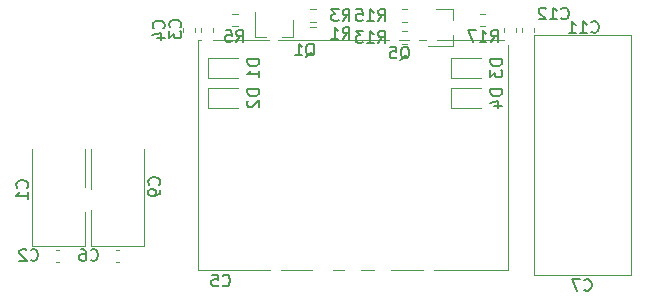
<source format=gbr>
%TF.GenerationSoftware,KiCad,Pcbnew,(5.1.10)-1*%
%TF.CreationDate,2022-01-18T17:44:39+07:00*%
%TF.ProjectId,Fan_controller_v3,46616e5f-636f-46e7-9472-6f6c6c65725f,rev?*%
%TF.SameCoordinates,Original*%
%TF.FileFunction,Legend,Bot*%
%TF.FilePolarity,Positive*%
%FSLAX46Y46*%
G04 Gerber Fmt 4.6, Leading zero omitted, Abs format (unit mm)*
G04 Created by KiCad (PCBNEW (5.1.10)-1) date 2022-01-18 17:44:39*
%MOMM*%
%LPD*%
G01*
G04 APERTURE LIST*
%ADD10C,0.120000*%
%ADD11C,0.150000*%
%ADD12O,1.000000X1.000000*%
%ADD13R,1.000000X1.000000*%
%ADD14C,2.000000*%
%ADD15R,0.900000X0.800000*%
%ADD16R,0.800000X0.900000*%
%ADD17R,1.600000X1.600000*%
%ADD18C,1.600000*%
%ADD19R,1.700000X1.700000*%
%ADD20O,1.700000X1.700000*%
%ADD21O,1.750000X2.250000*%
%ADD22R,1.750000X2.250000*%
%ADD23R,0.600000X0.450000*%
G04 APERTURE END LIST*
D10*
%TO.C,C5*%
X90743000Y-97552000D02*
X116983000Y-97552000D01*
X90743000Y-78029000D02*
X116983000Y-78029000D01*
X90743000Y-97552000D02*
X90743000Y-78029000D01*
X116983000Y-97552000D02*
X116983000Y-78029000D01*
%TO.C,R15*%
X107954742Y-76519500D02*
X108429258Y-76519500D01*
X107954742Y-75474500D02*
X108429258Y-75474500D01*
%TO.C,R13*%
X107953742Y-78361000D02*
X108428258Y-78361000D01*
X107953742Y-77316000D02*
X108428258Y-77316000D01*
%TO.C,R3*%
X100681258Y-75474500D02*
X100206742Y-75474500D01*
X100681258Y-76519500D02*
X100206742Y-76519500D01*
%TO.C,R1*%
X100206742Y-78043500D02*
X100681258Y-78043500D01*
X100206742Y-76998500D02*
X100681258Y-76998500D01*
%TO.C,Q5*%
X112301000Y-75430500D02*
X112301000Y-76360500D01*
X112301000Y-78590500D02*
X112301000Y-77660500D01*
X112301000Y-78590500D02*
X110141000Y-78590500D01*
X112301000Y-75430500D02*
X110841000Y-75430500D01*
%TO.C,Q1*%
X98725000Y-77820500D02*
X97795000Y-77820500D01*
X95565000Y-77820500D02*
X96495000Y-77820500D01*
X95565000Y-77820500D02*
X95565000Y-75660500D01*
X98725000Y-77820500D02*
X98725000Y-76360500D01*
%TO.C,R17*%
X114558742Y-76900500D02*
X115033258Y-76900500D01*
X114558742Y-75855500D02*
X115033258Y-75855500D01*
%TO.C,R5*%
X94077258Y-75855500D02*
X93602742Y-75855500D01*
X94077258Y-76900500D02*
X93602742Y-76900500D01*
%TO.C,D4*%
X112123000Y-83832000D02*
X112123000Y-82132000D01*
X112123000Y-82132000D02*
X114673000Y-82132000D01*
X112123000Y-83832000D02*
X114673000Y-83832000D01*
%TO.C,D3*%
X112123000Y-81292000D02*
X112123000Y-79592000D01*
X112123000Y-79592000D02*
X114673000Y-79592000D01*
X112123000Y-81292000D02*
X114673000Y-81292000D01*
%TO.C,D2*%
X91549000Y-83832000D02*
X91549000Y-82132000D01*
X91549000Y-82132000D02*
X94099000Y-82132000D01*
X91549000Y-83832000D02*
X94099000Y-83832000D01*
%TO.C,D1*%
X91549000Y-81292000D02*
X91549000Y-79592000D01*
X91549000Y-79592000D02*
X94099000Y-79592000D01*
X91549000Y-81292000D02*
X94099000Y-81292000D01*
%TO.C,C9*%
X86131000Y-87308000D02*
X86131000Y-95543000D01*
X86131000Y-95543000D02*
X81611000Y-95543000D01*
X81611000Y-95543000D02*
X81611000Y-87308000D01*
%TO.C,C7*%
X119121000Y-97915000D02*
X127361000Y-97915000D01*
X119121000Y-77675000D02*
X127361000Y-77675000D01*
X127361000Y-77675000D02*
X127361000Y-97915000D01*
X119121000Y-77675000D02*
X119121000Y-97915000D01*
%TO.C,C6*%
X83730420Y-96827000D02*
X84011580Y-96827000D01*
X83730420Y-95807000D02*
X84011580Y-95807000D01*
%TO.C,C2*%
X78650420Y-96827000D02*
X78931580Y-96827000D01*
X78650420Y-95807000D02*
X78931580Y-95807000D01*
%TO.C,C1*%
X81178000Y-87308000D02*
X81178000Y-95543000D01*
X81178000Y-95543000D02*
X76658000Y-95543000D01*
X76658000Y-95543000D02*
X76658000Y-87308000D01*
%TO.C,C12*%
X116635000Y-77075920D02*
X116635000Y-77357080D01*
X117655000Y-77075920D02*
X117655000Y-77357080D01*
%TO.C,C11*%
X118159000Y-77075920D02*
X118159000Y-77357080D01*
X119179000Y-77075920D02*
X119179000Y-77357080D01*
%TO.C,C4*%
X89457000Y-77075920D02*
X89457000Y-77357080D01*
X90477000Y-77075920D02*
X90477000Y-77357080D01*
%TO.C,C3*%
X90981000Y-77075920D02*
X90981000Y-77357080D01*
X92001000Y-77075920D02*
X92001000Y-77357080D01*
%TO.C,C5*%
D11*
X92800666Y-98833142D02*
X92848285Y-98880761D01*
X92991142Y-98928380D01*
X93086380Y-98928380D01*
X93229238Y-98880761D01*
X93324476Y-98785523D01*
X93372095Y-98690285D01*
X93419714Y-98499809D01*
X93419714Y-98356952D01*
X93372095Y-98166476D01*
X93324476Y-98071238D01*
X93229238Y-97976000D01*
X93086380Y-97928380D01*
X92991142Y-97928380D01*
X92848285Y-97976000D01*
X92800666Y-98023619D01*
X91895904Y-97928380D02*
X92372095Y-97928380D01*
X92419714Y-98404571D01*
X92372095Y-98356952D01*
X92276857Y-98309333D01*
X92038761Y-98309333D01*
X91943523Y-98356952D01*
X91895904Y-98404571D01*
X91848285Y-98499809D01*
X91848285Y-98737904D01*
X91895904Y-98833142D01*
X91943523Y-98880761D01*
X92038761Y-98928380D01*
X92276857Y-98928380D01*
X92372095Y-98880761D01*
X92419714Y-98833142D01*
%TO.C,R15*%
X105976857Y-76449380D02*
X106310190Y-75973190D01*
X106548285Y-76449380D02*
X106548285Y-75449380D01*
X106167333Y-75449380D01*
X106072095Y-75497000D01*
X106024476Y-75544619D01*
X105976857Y-75639857D01*
X105976857Y-75782714D01*
X106024476Y-75877952D01*
X106072095Y-75925571D01*
X106167333Y-75973190D01*
X106548285Y-75973190D01*
X105024476Y-76449380D02*
X105595904Y-76449380D01*
X105310190Y-76449380D02*
X105310190Y-75449380D01*
X105405428Y-75592238D01*
X105500666Y-75687476D01*
X105595904Y-75735095D01*
X104119714Y-75449380D02*
X104595904Y-75449380D01*
X104643523Y-75925571D01*
X104595904Y-75877952D01*
X104500666Y-75830333D01*
X104262571Y-75830333D01*
X104167333Y-75877952D01*
X104119714Y-75925571D01*
X104072095Y-76020809D01*
X104072095Y-76258904D01*
X104119714Y-76354142D01*
X104167333Y-76401761D01*
X104262571Y-76449380D01*
X104500666Y-76449380D01*
X104595904Y-76401761D01*
X104643523Y-76354142D01*
%TO.C,R13*%
X105976857Y-78290880D02*
X106310190Y-77814690D01*
X106548285Y-78290880D02*
X106548285Y-77290880D01*
X106167333Y-77290880D01*
X106072095Y-77338500D01*
X106024476Y-77386119D01*
X105976857Y-77481357D01*
X105976857Y-77624214D01*
X106024476Y-77719452D01*
X106072095Y-77767071D01*
X106167333Y-77814690D01*
X106548285Y-77814690D01*
X105024476Y-78290880D02*
X105595904Y-78290880D01*
X105310190Y-78290880D02*
X105310190Y-77290880D01*
X105405428Y-77433738D01*
X105500666Y-77528976D01*
X105595904Y-77576595D01*
X104691142Y-77290880D02*
X104072095Y-77290880D01*
X104405428Y-77671833D01*
X104262571Y-77671833D01*
X104167333Y-77719452D01*
X104119714Y-77767071D01*
X104072095Y-77862309D01*
X104072095Y-78100404D01*
X104119714Y-78195642D01*
X104167333Y-78243261D01*
X104262571Y-78290880D01*
X104548285Y-78290880D01*
X104643523Y-78243261D01*
X104691142Y-78195642D01*
%TO.C,R3*%
X102960666Y-76449380D02*
X103294000Y-75973190D01*
X103532095Y-76449380D02*
X103532095Y-75449380D01*
X103151142Y-75449380D01*
X103055904Y-75497000D01*
X103008285Y-75544619D01*
X102960666Y-75639857D01*
X102960666Y-75782714D01*
X103008285Y-75877952D01*
X103055904Y-75925571D01*
X103151142Y-75973190D01*
X103532095Y-75973190D01*
X102627333Y-75449380D02*
X102008285Y-75449380D01*
X102341619Y-75830333D01*
X102198761Y-75830333D01*
X102103523Y-75877952D01*
X102055904Y-75925571D01*
X102008285Y-76020809D01*
X102008285Y-76258904D01*
X102055904Y-76354142D01*
X102103523Y-76401761D01*
X102198761Y-76449380D01*
X102484476Y-76449380D01*
X102579714Y-76401761D01*
X102627333Y-76354142D01*
%TO.C,R1*%
X102960666Y-77973380D02*
X103294000Y-77497190D01*
X103532095Y-77973380D02*
X103532095Y-76973380D01*
X103151142Y-76973380D01*
X103055904Y-77021000D01*
X103008285Y-77068619D01*
X102960666Y-77163857D01*
X102960666Y-77306714D01*
X103008285Y-77401952D01*
X103055904Y-77449571D01*
X103151142Y-77497190D01*
X103532095Y-77497190D01*
X102008285Y-77973380D02*
X102579714Y-77973380D01*
X102294000Y-77973380D02*
X102294000Y-76973380D01*
X102389238Y-77116238D01*
X102484476Y-77211476D01*
X102579714Y-77259095D01*
%TO.C,Q5*%
X107842238Y-79719619D02*
X107937476Y-79672000D01*
X108032714Y-79576761D01*
X108175571Y-79433904D01*
X108270809Y-79386285D01*
X108366047Y-79386285D01*
X108318428Y-79624380D02*
X108413666Y-79576761D01*
X108508904Y-79481523D01*
X108556523Y-79291047D01*
X108556523Y-78957714D01*
X108508904Y-78767238D01*
X108413666Y-78672000D01*
X108318428Y-78624380D01*
X108127952Y-78624380D01*
X108032714Y-78672000D01*
X107937476Y-78767238D01*
X107889857Y-78957714D01*
X107889857Y-79291047D01*
X107937476Y-79481523D01*
X108032714Y-79576761D01*
X108127952Y-79624380D01*
X108318428Y-79624380D01*
X106985095Y-78624380D02*
X107461285Y-78624380D01*
X107508904Y-79100571D01*
X107461285Y-79052952D01*
X107366047Y-79005333D01*
X107127952Y-79005333D01*
X107032714Y-79052952D01*
X106985095Y-79100571D01*
X106937476Y-79195809D01*
X106937476Y-79433904D01*
X106985095Y-79529142D01*
X107032714Y-79576761D01*
X107127952Y-79624380D01*
X107366047Y-79624380D01*
X107461285Y-79576761D01*
X107508904Y-79529142D01*
%TO.C,Q1*%
X99841238Y-79465619D02*
X99936476Y-79418000D01*
X100031714Y-79322761D01*
X100174571Y-79179904D01*
X100269809Y-79132285D01*
X100365047Y-79132285D01*
X100317428Y-79370380D02*
X100412666Y-79322761D01*
X100507904Y-79227523D01*
X100555523Y-79037047D01*
X100555523Y-78703714D01*
X100507904Y-78513238D01*
X100412666Y-78418000D01*
X100317428Y-78370380D01*
X100126952Y-78370380D01*
X100031714Y-78418000D01*
X99936476Y-78513238D01*
X99888857Y-78703714D01*
X99888857Y-79037047D01*
X99936476Y-79227523D01*
X100031714Y-79322761D01*
X100126952Y-79370380D01*
X100317428Y-79370380D01*
X98936476Y-79370380D02*
X99507904Y-79370380D01*
X99222190Y-79370380D02*
X99222190Y-78370380D01*
X99317428Y-78513238D01*
X99412666Y-78608476D01*
X99507904Y-78656095D01*
%TO.C,R17*%
X115501857Y-78227380D02*
X115835190Y-77751190D01*
X116073285Y-78227380D02*
X116073285Y-77227380D01*
X115692333Y-77227380D01*
X115597095Y-77275000D01*
X115549476Y-77322619D01*
X115501857Y-77417857D01*
X115501857Y-77560714D01*
X115549476Y-77655952D01*
X115597095Y-77703571D01*
X115692333Y-77751190D01*
X116073285Y-77751190D01*
X114549476Y-78227380D02*
X115120904Y-78227380D01*
X114835190Y-78227380D02*
X114835190Y-77227380D01*
X114930428Y-77370238D01*
X115025666Y-77465476D01*
X115120904Y-77513095D01*
X114216142Y-77227380D02*
X113549476Y-77227380D01*
X113978047Y-78227380D01*
%TO.C,R5*%
X93943666Y-78227380D02*
X94277000Y-77751190D01*
X94515095Y-78227380D02*
X94515095Y-77227380D01*
X94134142Y-77227380D01*
X94038904Y-77275000D01*
X93991285Y-77322619D01*
X93943666Y-77417857D01*
X93943666Y-77560714D01*
X93991285Y-77655952D01*
X94038904Y-77703571D01*
X94134142Y-77751190D01*
X94515095Y-77751190D01*
X93038904Y-77227380D02*
X93515095Y-77227380D01*
X93562714Y-77703571D01*
X93515095Y-77655952D01*
X93419857Y-77608333D01*
X93181761Y-77608333D01*
X93086523Y-77655952D01*
X93038904Y-77703571D01*
X92991285Y-77798809D01*
X92991285Y-78036904D01*
X93038904Y-78132142D01*
X93086523Y-78179761D01*
X93181761Y-78227380D01*
X93419857Y-78227380D01*
X93515095Y-78179761D01*
X93562714Y-78132142D01*
%TO.C,D4*%
X116454380Y-82243904D02*
X115454380Y-82243904D01*
X115454380Y-82482000D01*
X115502000Y-82624857D01*
X115597238Y-82720095D01*
X115692476Y-82767714D01*
X115882952Y-82815333D01*
X116025809Y-82815333D01*
X116216285Y-82767714D01*
X116311523Y-82720095D01*
X116406761Y-82624857D01*
X116454380Y-82482000D01*
X116454380Y-82243904D01*
X115787714Y-83672476D02*
X116454380Y-83672476D01*
X115406761Y-83434380D02*
X116121047Y-83196285D01*
X116121047Y-83815333D01*
%TO.C,D3*%
X116454380Y-79703904D02*
X115454380Y-79703904D01*
X115454380Y-79942000D01*
X115502000Y-80084857D01*
X115597238Y-80180095D01*
X115692476Y-80227714D01*
X115882952Y-80275333D01*
X116025809Y-80275333D01*
X116216285Y-80227714D01*
X116311523Y-80180095D01*
X116406761Y-80084857D01*
X116454380Y-79942000D01*
X116454380Y-79703904D01*
X115454380Y-80608666D02*
X115454380Y-81227714D01*
X115835333Y-80894380D01*
X115835333Y-81037238D01*
X115882952Y-81132476D01*
X115930571Y-81180095D01*
X116025809Y-81227714D01*
X116263904Y-81227714D01*
X116359142Y-81180095D01*
X116406761Y-81132476D01*
X116454380Y-81037238D01*
X116454380Y-80751523D01*
X116406761Y-80656285D01*
X116359142Y-80608666D01*
%TO.C,D2*%
X95880380Y-82243904D02*
X94880380Y-82243904D01*
X94880380Y-82482000D01*
X94928000Y-82624857D01*
X95023238Y-82720095D01*
X95118476Y-82767714D01*
X95308952Y-82815333D01*
X95451809Y-82815333D01*
X95642285Y-82767714D01*
X95737523Y-82720095D01*
X95832761Y-82624857D01*
X95880380Y-82482000D01*
X95880380Y-82243904D01*
X94975619Y-83196285D02*
X94928000Y-83243904D01*
X94880380Y-83339142D01*
X94880380Y-83577238D01*
X94928000Y-83672476D01*
X94975619Y-83720095D01*
X95070857Y-83767714D01*
X95166095Y-83767714D01*
X95308952Y-83720095D01*
X95880380Y-83148666D01*
X95880380Y-83767714D01*
%TO.C,D1*%
X95880380Y-79703904D02*
X94880380Y-79703904D01*
X94880380Y-79942000D01*
X94928000Y-80084857D01*
X95023238Y-80180095D01*
X95118476Y-80227714D01*
X95308952Y-80275333D01*
X95451809Y-80275333D01*
X95642285Y-80227714D01*
X95737523Y-80180095D01*
X95832761Y-80084857D01*
X95880380Y-79942000D01*
X95880380Y-79703904D01*
X95880380Y-81227714D02*
X95880380Y-80656285D01*
X95880380Y-80942000D02*
X94880380Y-80942000D01*
X95023238Y-80846761D01*
X95118476Y-80751523D01*
X95166095Y-80656285D01*
%TO.C,C9*%
X87403142Y-90308333D02*
X87450761Y-90260714D01*
X87498380Y-90117857D01*
X87498380Y-90022619D01*
X87450761Y-89879761D01*
X87355523Y-89784523D01*
X87260285Y-89736904D01*
X87069809Y-89689285D01*
X86926952Y-89689285D01*
X86736476Y-89736904D01*
X86641238Y-89784523D01*
X86546000Y-89879761D01*
X86498380Y-90022619D01*
X86498380Y-90117857D01*
X86546000Y-90260714D01*
X86593619Y-90308333D01*
X87498380Y-90784523D02*
X87498380Y-90975000D01*
X87450761Y-91070238D01*
X87403142Y-91117857D01*
X87260285Y-91213095D01*
X87069809Y-91260714D01*
X86688857Y-91260714D01*
X86593619Y-91213095D01*
X86546000Y-91165476D01*
X86498380Y-91070238D01*
X86498380Y-90879761D01*
X86546000Y-90784523D01*
X86593619Y-90736904D01*
X86688857Y-90689285D01*
X86926952Y-90689285D01*
X87022190Y-90736904D01*
X87069809Y-90784523D01*
X87117428Y-90879761D01*
X87117428Y-91070238D01*
X87069809Y-91165476D01*
X87022190Y-91213095D01*
X86926952Y-91260714D01*
%TO.C,C7*%
X123407666Y-99214142D02*
X123455285Y-99261761D01*
X123598142Y-99309380D01*
X123693380Y-99309380D01*
X123836238Y-99261761D01*
X123931476Y-99166523D01*
X123979095Y-99071285D01*
X124026714Y-98880809D01*
X124026714Y-98737952D01*
X123979095Y-98547476D01*
X123931476Y-98452238D01*
X123836238Y-98357000D01*
X123693380Y-98309380D01*
X123598142Y-98309380D01*
X123455285Y-98357000D01*
X123407666Y-98404619D01*
X123074333Y-98309380D02*
X122407666Y-98309380D01*
X122836238Y-99309380D01*
%TO.C,C6*%
X81624666Y-96674142D02*
X81672285Y-96721761D01*
X81815142Y-96769380D01*
X81910380Y-96769380D01*
X82053238Y-96721761D01*
X82148476Y-96626523D01*
X82196095Y-96531285D01*
X82243714Y-96340809D01*
X82243714Y-96197952D01*
X82196095Y-96007476D01*
X82148476Y-95912238D01*
X82053238Y-95817000D01*
X81910380Y-95769380D01*
X81815142Y-95769380D01*
X81672285Y-95817000D01*
X81624666Y-95864619D01*
X80767523Y-95769380D02*
X80958000Y-95769380D01*
X81053238Y-95817000D01*
X81100857Y-95864619D01*
X81196095Y-96007476D01*
X81243714Y-96197952D01*
X81243714Y-96578904D01*
X81196095Y-96674142D01*
X81148476Y-96721761D01*
X81053238Y-96769380D01*
X80862761Y-96769380D01*
X80767523Y-96721761D01*
X80719904Y-96674142D01*
X80672285Y-96578904D01*
X80672285Y-96340809D01*
X80719904Y-96245571D01*
X80767523Y-96197952D01*
X80862761Y-96150333D01*
X81053238Y-96150333D01*
X81148476Y-96197952D01*
X81196095Y-96245571D01*
X81243714Y-96340809D01*
%TO.C,C2*%
X76544666Y-96674142D02*
X76592285Y-96721761D01*
X76735142Y-96769380D01*
X76830380Y-96769380D01*
X76973238Y-96721761D01*
X77068476Y-96626523D01*
X77116095Y-96531285D01*
X77163714Y-96340809D01*
X77163714Y-96197952D01*
X77116095Y-96007476D01*
X77068476Y-95912238D01*
X76973238Y-95817000D01*
X76830380Y-95769380D01*
X76735142Y-95769380D01*
X76592285Y-95817000D01*
X76544666Y-95864619D01*
X76163714Y-95864619D02*
X76116095Y-95817000D01*
X76020857Y-95769380D01*
X75782761Y-95769380D01*
X75687523Y-95817000D01*
X75639904Y-95864619D01*
X75592285Y-95959857D01*
X75592285Y-96055095D01*
X75639904Y-96197952D01*
X76211333Y-96769380D01*
X75592285Y-96769380D01*
%TO.C,C1*%
X76227142Y-90562333D02*
X76274761Y-90514714D01*
X76322380Y-90371857D01*
X76322380Y-90276619D01*
X76274761Y-90133761D01*
X76179523Y-90038523D01*
X76084285Y-89990904D01*
X75893809Y-89943285D01*
X75750952Y-89943285D01*
X75560476Y-89990904D01*
X75465238Y-90038523D01*
X75370000Y-90133761D01*
X75322380Y-90276619D01*
X75322380Y-90371857D01*
X75370000Y-90514714D01*
X75417619Y-90562333D01*
X76322380Y-91514714D02*
X76322380Y-90943285D01*
X76322380Y-91229000D02*
X75322380Y-91229000D01*
X75465238Y-91133761D01*
X75560476Y-91038523D01*
X75608095Y-90943285D01*
%TO.C,C12*%
X121470857Y-76227142D02*
X121518476Y-76274761D01*
X121661333Y-76322380D01*
X121756571Y-76322380D01*
X121899428Y-76274761D01*
X121994666Y-76179523D01*
X122042285Y-76084285D01*
X122089904Y-75893809D01*
X122089904Y-75750952D01*
X122042285Y-75560476D01*
X121994666Y-75465238D01*
X121899428Y-75370000D01*
X121756571Y-75322380D01*
X121661333Y-75322380D01*
X121518476Y-75370000D01*
X121470857Y-75417619D01*
X120518476Y-76322380D02*
X121089904Y-76322380D01*
X120804190Y-76322380D02*
X120804190Y-75322380D01*
X120899428Y-75465238D01*
X120994666Y-75560476D01*
X121089904Y-75608095D01*
X120137523Y-75417619D02*
X120089904Y-75370000D01*
X119994666Y-75322380D01*
X119756571Y-75322380D01*
X119661333Y-75370000D01*
X119613714Y-75417619D01*
X119566095Y-75512857D01*
X119566095Y-75608095D01*
X119613714Y-75750952D01*
X120185142Y-76322380D01*
X119566095Y-76322380D01*
%TO.C,C11*%
X124010857Y-77370142D02*
X124058476Y-77417761D01*
X124201333Y-77465380D01*
X124296571Y-77465380D01*
X124439428Y-77417761D01*
X124534666Y-77322523D01*
X124582285Y-77227285D01*
X124629904Y-77036809D01*
X124629904Y-76893952D01*
X124582285Y-76703476D01*
X124534666Y-76608238D01*
X124439428Y-76513000D01*
X124296571Y-76465380D01*
X124201333Y-76465380D01*
X124058476Y-76513000D01*
X124010857Y-76560619D01*
X123058476Y-77465380D02*
X123629904Y-77465380D01*
X123344190Y-77465380D02*
X123344190Y-76465380D01*
X123439428Y-76608238D01*
X123534666Y-76703476D01*
X123629904Y-76751095D01*
X122106095Y-77465380D02*
X122677523Y-77465380D01*
X122391809Y-77465380D02*
X122391809Y-76465380D01*
X122487047Y-76608238D01*
X122582285Y-76703476D01*
X122677523Y-76751095D01*
%TO.C,C4*%
X87784142Y-77049833D02*
X87831761Y-77002214D01*
X87879380Y-76859357D01*
X87879380Y-76764119D01*
X87831761Y-76621261D01*
X87736523Y-76526023D01*
X87641285Y-76478404D01*
X87450809Y-76430785D01*
X87307952Y-76430785D01*
X87117476Y-76478404D01*
X87022238Y-76526023D01*
X86927000Y-76621261D01*
X86879380Y-76764119D01*
X86879380Y-76859357D01*
X86927000Y-77002214D01*
X86974619Y-77049833D01*
X87212714Y-77906976D02*
X87879380Y-77906976D01*
X86831761Y-77668880D02*
X87546047Y-77430785D01*
X87546047Y-78049833D01*
%TO.C,C3*%
X89181142Y-76973333D02*
X89228761Y-76925714D01*
X89276380Y-76782857D01*
X89276380Y-76687619D01*
X89228761Y-76544761D01*
X89133523Y-76449523D01*
X89038285Y-76401904D01*
X88847809Y-76354285D01*
X88704952Y-76354285D01*
X88514476Y-76401904D01*
X88419238Y-76449523D01*
X88324000Y-76544761D01*
X88276380Y-76687619D01*
X88276380Y-76782857D01*
X88324000Y-76925714D01*
X88371619Y-76973333D01*
X88276380Y-77306666D02*
X88276380Y-77925714D01*
X88657333Y-77592380D01*
X88657333Y-77735238D01*
X88704952Y-77830476D01*
X88752571Y-77878095D01*
X88847809Y-77925714D01*
X89085904Y-77925714D01*
X89181142Y-77878095D01*
X89228761Y-77830476D01*
X89276380Y-77735238D01*
X89276380Y-77449523D01*
X89228761Y-77354285D01*
X89181142Y-77306666D01*
%TD*%
%LPC*%
D12*
%TO.C,J2*%
X76251000Y-79680000D03*
X76251000Y-80950000D03*
X77521000Y-79680000D03*
X77521000Y-80950000D03*
X78791000Y-79680000D03*
D13*
X78791000Y-80950000D03*
%TD*%
D14*
%TO.C,C5*%
X115113000Y-95682000D03*
X92613000Y-95682000D03*
%TD*%
%TO.C,R15*%
G36*
G01*
X108617000Y-76272000D02*
X108617000Y-75722000D01*
G75*
G02*
X108817000Y-75522000I200000J0D01*
G01*
X109217000Y-75522000D01*
G75*
G02*
X109417000Y-75722000I0J-200000D01*
G01*
X109417000Y-76272000D01*
G75*
G02*
X109217000Y-76472000I-200000J0D01*
G01*
X108817000Y-76472000D01*
G75*
G02*
X108617000Y-76272000I0J200000D01*
G01*
G37*
G36*
G01*
X106967000Y-76272000D02*
X106967000Y-75722000D01*
G75*
G02*
X107167000Y-75522000I200000J0D01*
G01*
X107567000Y-75522000D01*
G75*
G02*
X107767000Y-75722000I0J-200000D01*
G01*
X107767000Y-76272000D01*
G75*
G02*
X107567000Y-76472000I-200000J0D01*
G01*
X107167000Y-76472000D01*
G75*
G02*
X106967000Y-76272000I0J200000D01*
G01*
G37*
%TD*%
%TO.C,R13*%
G36*
G01*
X108616000Y-78113500D02*
X108616000Y-77563500D01*
G75*
G02*
X108816000Y-77363500I200000J0D01*
G01*
X109216000Y-77363500D01*
G75*
G02*
X109416000Y-77563500I0J-200000D01*
G01*
X109416000Y-78113500D01*
G75*
G02*
X109216000Y-78313500I-200000J0D01*
G01*
X108816000Y-78313500D01*
G75*
G02*
X108616000Y-78113500I0J200000D01*
G01*
G37*
G36*
G01*
X106966000Y-78113500D02*
X106966000Y-77563500D01*
G75*
G02*
X107166000Y-77363500I200000J0D01*
G01*
X107566000Y-77363500D01*
G75*
G02*
X107766000Y-77563500I0J-200000D01*
G01*
X107766000Y-78113500D01*
G75*
G02*
X107566000Y-78313500I-200000J0D01*
G01*
X107166000Y-78313500D01*
G75*
G02*
X106966000Y-78113500I0J200000D01*
G01*
G37*
%TD*%
%TO.C,R3*%
G36*
G01*
X100019000Y-75722000D02*
X100019000Y-76272000D01*
G75*
G02*
X99819000Y-76472000I-200000J0D01*
G01*
X99419000Y-76472000D01*
G75*
G02*
X99219000Y-76272000I0J200000D01*
G01*
X99219000Y-75722000D01*
G75*
G02*
X99419000Y-75522000I200000J0D01*
G01*
X99819000Y-75522000D01*
G75*
G02*
X100019000Y-75722000I0J-200000D01*
G01*
G37*
G36*
G01*
X101669000Y-75722000D02*
X101669000Y-76272000D01*
G75*
G02*
X101469000Y-76472000I-200000J0D01*
G01*
X101069000Y-76472000D01*
G75*
G02*
X100869000Y-76272000I0J200000D01*
G01*
X100869000Y-75722000D01*
G75*
G02*
X101069000Y-75522000I200000J0D01*
G01*
X101469000Y-75522000D01*
G75*
G02*
X101669000Y-75722000I0J-200000D01*
G01*
G37*
%TD*%
%TO.C,R1*%
G36*
G01*
X100869000Y-77796000D02*
X100869000Y-77246000D01*
G75*
G02*
X101069000Y-77046000I200000J0D01*
G01*
X101469000Y-77046000D01*
G75*
G02*
X101669000Y-77246000I0J-200000D01*
G01*
X101669000Y-77796000D01*
G75*
G02*
X101469000Y-77996000I-200000J0D01*
G01*
X101069000Y-77996000D01*
G75*
G02*
X100869000Y-77796000I0J200000D01*
G01*
G37*
G36*
G01*
X99219000Y-77796000D02*
X99219000Y-77246000D01*
G75*
G02*
X99419000Y-77046000I200000J0D01*
G01*
X99819000Y-77046000D01*
G75*
G02*
X100019000Y-77246000I0J-200000D01*
G01*
X100019000Y-77796000D01*
G75*
G02*
X99819000Y-77996000I-200000J0D01*
G01*
X99419000Y-77996000D01*
G75*
G02*
X99219000Y-77796000I0J200000D01*
G01*
G37*
%TD*%
D15*
%TO.C,Q5*%
X112541000Y-77010500D03*
X110541000Y-76060500D03*
X110541000Y-77960500D03*
%TD*%
D16*
%TO.C,Q1*%
X97145000Y-78060500D03*
X98095000Y-76060500D03*
X96195000Y-76060500D03*
%TD*%
D17*
%TO.C,K2*%
X110287000Y-80442000D03*
D18*
X110287000Y-82982000D03*
X110287000Y-88062000D03*
X110287000Y-93142000D03*
X110287000Y-98222000D03*
X117907000Y-98222000D03*
X117907000Y-93142000D03*
X117907000Y-88062000D03*
X117907000Y-82982000D03*
X117907000Y-80442000D03*
%TD*%
D19*
%TO.C,J1*%
X101270000Y-97968000D03*
D20*
X103810000Y-97968000D03*
X106350000Y-97968000D03*
%TD*%
D14*
%TO.C,TP1*%
X81140500Y-91618000D03*
%TD*%
%TO.C,R17*%
G36*
G01*
X115221000Y-76653000D02*
X115221000Y-76103000D01*
G75*
G02*
X115421000Y-75903000I200000J0D01*
G01*
X115821000Y-75903000D01*
G75*
G02*
X116021000Y-76103000I0J-200000D01*
G01*
X116021000Y-76653000D01*
G75*
G02*
X115821000Y-76853000I-200000J0D01*
G01*
X115421000Y-76853000D01*
G75*
G02*
X115221000Y-76653000I0J200000D01*
G01*
G37*
G36*
G01*
X113571000Y-76653000D02*
X113571000Y-76103000D01*
G75*
G02*
X113771000Y-75903000I200000J0D01*
G01*
X114171000Y-75903000D01*
G75*
G02*
X114371000Y-76103000I0J-200000D01*
G01*
X114371000Y-76653000D01*
G75*
G02*
X114171000Y-76853000I-200000J0D01*
G01*
X113771000Y-76853000D01*
G75*
G02*
X113571000Y-76653000I0J200000D01*
G01*
G37*
%TD*%
%TO.C,R5*%
G36*
G01*
X93415000Y-76103000D02*
X93415000Y-76653000D01*
G75*
G02*
X93215000Y-76853000I-200000J0D01*
G01*
X92815000Y-76853000D01*
G75*
G02*
X92615000Y-76653000I0J200000D01*
G01*
X92615000Y-76103000D01*
G75*
G02*
X92815000Y-75903000I200000J0D01*
G01*
X93215000Y-75903000D01*
G75*
G02*
X93415000Y-76103000I0J-200000D01*
G01*
G37*
G36*
G01*
X95065000Y-76103000D02*
X95065000Y-76653000D01*
G75*
G02*
X94865000Y-76853000I-200000J0D01*
G01*
X94465000Y-76853000D01*
G75*
G02*
X94265000Y-76653000I0J200000D01*
G01*
X94265000Y-76103000D01*
G75*
G02*
X94465000Y-75903000I200000J0D01*
G01*
X94865000Y-75903000D01*
G75*
G02*
X95065000Y-76103000I0J-200000D01*
G01*
G37*
%TD*%
D21*
%TO.C,PS1*%
X85141000Y-98349000D03*
X82601000Y-98349000D03*
X80061000Y-98349000D03*
D22*
X77521000Y-98349000D03*
%TD*%
D18*
%TO.C,K1*%
X97333000Y-80442000D03*
X97333000Y-82982000D03*
X97333000Y-88062000D03*
X97333000Y-93142000D03*
X97333000Y-98222000D03*
X89713000Y-98222000D03*
X89713000Y-93142000D03*
X89713000Y-88062000D03*
X89713000Y-82982000D03*
D17*
X89713000Y-80442000D03*
%TD*%
D23*
%TO.C,D4*%
X114673000Y-82982000D03*
X112573000Y-82982000D03*
%TD*%
%TO.C,D3*%
X114673000Y-80442000D03*
X112573000Y-80442000D03*
%TD*%
%TO.C,D2*%
X94099000Y-82982000D03*
X91999000Y-82982000D03*
%TD*%
%TO.C,D1*%
X94099000Y-80442000D03*
X91999000Y-80442000D03*
%TD*%
%TO.C,C9*%
G36*
G01*
X84896001Y-88883000D02*
X82845999Y-88883000D01*
G75*
G02*
X82596000Y-88633001I0J249999D01*
G01*
X82596000Y-86882999D01*
G75*
G02*
X82845999Y-86633000I249999J0D01*
G01*
X84896001Y-86633000D01*
G75*
G02*
X85146000Y-86882999I0J-249999D01*
G01*
X85146000Y-88633001D01*
G75*
G02*
X84896001Y-88883000I-249999J0D01*
G01*
G37*
G36*
G01*
X84896001Y-95283000D02*
X82845999Y-95283000D01*
G75*
G02*
X82596000Y-95033001I0J249999D01*
G01*
X82596000Y-93282999D01*
G75*
G02*
X82845999Y-93033000I249999J0D01*
G01*
X84896001Y-93033000D01*
G75*
G02*
X85146000Y-93282999I0J-249999D01*
G01*
X85146000Y-95033001D01*
G75*
G02*
X84896001Y-95283000I-249999J0D01*
G01*
G37*
%TD*%
D14*
%TO.C,C7*%
X123241000Y-96545000D03*
X123241000Y-79045000D03*
%TD*%
%TO.C,C6*%
G36*
G01*
X84196000Y-96567000D02*
X84196000Y-96067000D01*
G75*
G02*
X84421000Y-95842000I225000J0D01*
G01*
X84871000Y-95842000D01*
G75*
G02*
X85096000Y-96067000I0J-225000D01*
G01*
X85096000Y-96567000D01*
G75*
G02*
X84871000Y-96792000I-225000J0D01*
G01*
X84421000Y-96792000D01*
G75*
G02*
X84196000Y-96567000I0J225000D01*
G01*
G37*
G36*
G01*
X82646000Y-96567000D02*
X82646000Y-96067000D01*
G75*
G02*
X82871000Y-95842000I225000J0D01*
G01*
X83321000Y-95842000D01*
G75*
G02*
X83546000Y-96067000I0J-225000D01*
G01*
X83546000Y-96567000D01*
G75*
G02*
X83321000Y-96792000I-225000J0D01*
G01*
X82871000Y-96792000D01*
G75*
G02*
X82646000Y-96567000I0J225000D01*
G01*
G37*
%TD*%
%TO.C,C2*%
G36*
G01*
X79116000Y-96567000D02*
X79116000Y-96067000D01*
G75*
G02*
X79341000Y-95842000I225000J0D01*
G01*
X79791000Y-95842000D01*
G75*
G02*
X80016000Y-96067000I0J-225000D01*
G01*
X80016000Y-96567000D01*
G75*
G02*
X79791000Y-96792000I-225000J0D01*
G01*
X79341000Y-96792000D01*
G75*
G02*
X79116000Y-96567000I0J225000D01*
G01*
G37*
G36*
G01*
X77566000Y-96567000D02*
X77566000Y-96067000D01*
G75*
G02*
X77791000Y-95842000I225000J0D01*
G01*
X78241000Y-95842000D01*
G75*
G02*
X78466000Y-96067000I0J-225000D01*
G01*
X78466000Y-96567000D01*
G75*
G02*
X78241000Y-96792000I-225000J0D01*
G01*
X77791000Y-96792000D01*
G75*
G02*
X77566000Y-96567000I0J225000D01*
G01*
G37*
%TD*%
%TO.C,C1*%
G36*
G01*
X79943001Y-88883000D02*
X77892999Y-88883000D01*
G75*
G02*
X77643000Y-88633001I0J249999D01*
G01*
X77643000Y-86882999D01*
G75*
G02*
X77892999Y-86633000I249999J0D01*
G01*
X79943001Y-86633000D01*
G75*
G02*
X80193000Y-86882999I0J-249999D01*
G01*
X80193000Y-88633001D01*
G75*
G02*
X79943001Y-88883000I-249999J0D01*
G01*
G37*
G36*
G01*
X79943001Y-95283000D02*
X77892999Y-95283000D01*
G75*
G02*
X77643000Y-95033001I0J249999D01*
G01*
X77643000Y-93282999D01*
G75*
G02*
X77892999Y-93033000I249999J0D01*
G01*
X79943001Y-93033000D01*
G75*
G02*
X80193000Y-93282999I0J-249999D01*
G01*
X80193000Y-95033001D01*
G75*
G02*
X79943001Y-95283000I-249999J0D01*
G01*
G37*
%TD*%
%TO.C,C12*%
G36*
G01*
X116895000Y-77541500D02*
X117395000Y-77541500D01*
G75*
G02*
X117620000Y-77766500I0J-225000D01*
G01*
X117620000Y-78216500D01*
G75*
G02*
X117395000Y-78441500I-225000J0D01*
G01*
X116895000Y-78441500D01*
G75*
G02*
X116670000Y-78216500I0J225000D01*
G01*
X116670000Y-77766500D01*
G75*
G02*
X116895000Y-77541500I225000J0D01*
G01*
G37*
G36*
G01*
X116895000Y-75991500D02*
X117395000Y-75991500D01*
G75*
G02*
X117620000Y-76216500I0J-225000D01*
G01*
X117620000Y-76666500D01*
G75*
G02*
X117395000Y-76891500I-225000J0D01*
G01*
X116895000Y-76891500D01*
G75*
G02*
X116670000Y-76666500I0J225000D01*
G01*
X116670000Y-76216500D01*
G75*
G02*
X116895000Y-75991500I225000J0D01*
G01*
G37*
%TD*%
%TO.C,C11*%
G36*
G01*
X118419000Y-77541500D02*
X118919000Y-77541500D01*
G75*
G02*
X119144000Y-77766500I0J-225000D01*
G01*
X119144000Y-78216500D01*
G75*
G02*
X118919000Y-78441500I-225000J0D01*
G01*
X118419000Y-78441500D01*
G75*
G02*
X118194000Y-78216500I0J225000D01*
G01*
X118194000Y-77766500D01*
G75*
G02*
X118419000Y-77541500I225000J0D01*
G01*
G37*
G36*
G01*
X118419000Y-75991500D02*
X118919000Y-75991500D01*
G75*
G02*
X119144000Y-76216500I0J-225000D01*
G01*
X119144000Y-76666500D01*
G75*
G02*
X118919000Y-76891500I-225000J0D01*
G01*
X118419000Y-76891500D01*
G75*
G02*
X118194000Y-76666500I0J225000D01*
G01*
X118194000Y-76216500D01*
G75*
G02*
X118419000Y-75991500I225000J0D01*
G01*
G37*
%TD*%
%TO.C,C4*%
G36*
G01*
X89717000Y-77541500D02*
X90217000Y-77541500D01*
G75*
G02*
X90442000Y-77766500I0J-225000D01*
G01*
X90442000Y-78216500D01*
G75*
G02*
X90217000Y-78441500I-225000J0D01*
G01*
X89717000Y-78441500D01*
G75*
G02*
X89492000Y-78216500I0J225000D01*
G01*
X89492000Y-77766500D01*
G75*
G02*
X89717000Y-77541500I225000J0D01*
G01*
G37*
G36*
G01*
X89717000Y-75991500D02*
X90217000Y-75991500D01*
G75*
G02*
X90442000Y-76216500I0J-225000D01*
G01*
X90442000Y-76666500D01*
G75*
G02*
X90217000Y-76891500I-225000J0D01*
G01*
X89717000Y-76891500D01*
G75*
G02*
X89492000Y-76666500I0J225000D01*
G01*
X89492000Y-76216500D01*
G75*
G02*
X89717000Y-75991500I225000J0D01*
G01*
G37*
%TD*%
%TO.C,C3*%
G36*
G01*
X91241000Y-77541500D02*
X91741000Y-77541500D01*
G75*
G02*
X91966000Y-77766500I0J-225000D01*
G01*
X91966000Y-78216500D01*
G75*
G02*
X91741000Y-78441500I-225000J0D01*
G01*
X91241000Y-78441500D01*
G75*
G02*
X91016000Y-78216500I0J225000D01*
G01*
X91016000Y-77766500D01*
G75*
G02*
X91241000Y-77541500I225000J0D01*
G01*
G37*
G36*
G01*
X91241000Y-75991500D02*
X91741000Y-75991500D01*
G75*
G02*
X91966000Y-76216500I0J-225000D01*
G01*
X91966000Y-76666500D01*
G75*
G02*
X91741000Y-76891500I-225000J0D01*
G01*
X91241000Y-76891500D01*
G75*
G02*
X91016000Y-76666500I0J225000D01*
G01*
X91016000Y-76216500D01*
G75*
G02*
X91241000Y-75991500I225000J0D01*
G01*
G37*
%TD*%
M02*

</source>
